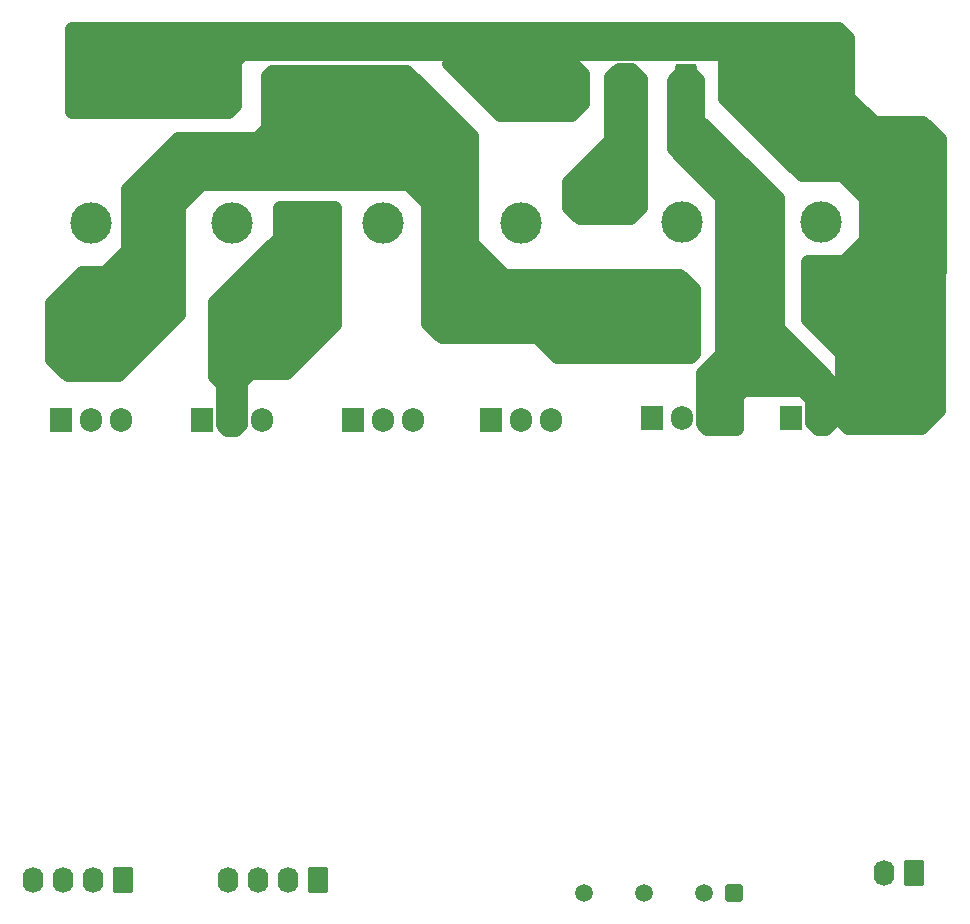
<source format=gbr>
%TF.GenerationSoftware,KiCad,Pcbnew,9.0.3*%
%TF.CreationDate,2025-08-21T00:35:25-03:00*%
%TF.ProjectId,PCB_Inversor,5043425f-496e-4766-9572-736f722e6b69,rev?*%
%TF.SameCoordinates,Original*%
%TF.FileFunction,Soldermask,Bot*%
%TF.FilePolarity,Negative*%
%FSLAX46Y46*%
G04 Gerber Fmt 4.6, Leading zero omitted, Abs format (unit mm)*
G04 Created by KiCad (PCBNEW 9.0.3) date 2025-08-21 00:35:25*
%MOMM*%
%LPD*%
G01*
G04 APERTURE LIST*
G04 Aperture macros list*
%AMRoundRect*
0 Rectangle with rounded corners*
0 $1 Rounding radius*
0 $2 $3 $4 $5 $6 $7 $8 $9 X,Y pos of 4 corners*
0 Add a 4 corners polygon primitive as box body*
4,1,4,$2,$3,$4,$5,$6,$7,$8,$9,$2,$3,0*
0 Add four circle primitives for the rounded corners*
1,1,$1+$1,$2,$3*
1,1,$1+$1,$4,$5*
1,1,$1+$1,$6,$7*
1,1,$1+$1,$8,$9*
0 Add four rect primitives between the rounded corners*
20,1,$1+$1,$2,$3,$4,$5,0*
20,1,$1+$1,$4,$5,$6,$7,0*
20,1,$1+$1,$6,$7,$8,$9,0*
20,1,$1+$1,$8,$9,$2,$3,0*%
G04 Aperture macros list end*
%ADD10C,1.200000*%
%ADD11RoundRect,0.249999X-0.790001X-1.550001X0.790001X-1.550001X0.790001X1.550001X-0.790001X1.550001X0*%
%ADD12O,2.080000X3.600000*%
%ADD13RoundRect,0.250000X0.620000X0.845000X-0.620000X0.845000X-0.620000X-0.845000X0.620000X-0.845000X0*%
%ADD14O,1.740000X2.190000*%
%ADD15RoundRect,0.250000X0.650000X1.550000X-0.650000X1.550000X-0.650000X-1.550000X0.650000X-1.550000X0*%
%ADD16O,1.800000X3.600000*%
%ADD17RoundRect,0.250001X-0.499999X0.499999X-0.499999X-0.499999X0.499999X-0.499999X0.499999X0.499999X0*%
%ADD18C,1.500000*%
%ADD19C,3.500000*%
%ADD20R,1.905000X2.000000*%
%ADD21O,1.905000X2.000000*%
G04 APERTURE END LIST*
D10*
X139573000Y-64008000D02*
X139573000Y-73025000D01*
X142367000Y-75819000D01*
X157226000Y-75819000D01*
X158369000Y-76962000D01*
X158369000Y-82423000D01*
X158143222Y-82677000D01*
X146812000Y-82677000D01*
X145288000Y-81153000D01*
X145288000Y-81026000D01*
X137033000Y-81026000D01*
X135890000Y-79883000D01*
X135890000Y-69723000D01*
X134239000Y-68072000D01*
X116713000Y-68072000D01*
X114808000Y-69977000D01*
X114808000Y-79121000D01*
X109728000Y-84201000D01*
X105410000Y-84201000D01*
X104013000Y-82931000D01*
X104013000Y-78105000D01*
X106553000Y-75565000D01*
X108585000Y-75565000D01*
X110490000Y-73660000D01*
X110490000Y-68453000D01*
X114681000Y-64262000D01*
X121412000Y-64262000D01*
X122301000Y-63373000D01*
X122301000Y-58928000D01*
X122682000Y-58547000D01*
X134112000Y-58547000D01*
X139573000Y-64008000D01*
G36*
X139573000Y-64008000D02*
G01*
X139573000Y-73025000D01*
X142367000Y-75819000D01*
X157226000Y-75819000D01*
X158369000Y-76962000D01*
X158369000Y-82423000D01*
X158143222Y-82677000D01*
X146812000Y-82677000D01*
X145288000Y-81153000D01*
X145288000Y-81026000D01*
X137033000Y-81026000D01*
X135890000Y-79883000D01*
X135890000Y-69723000D01*
X134239000Y-68072000D01*
X116713000Y-68072000D01*
X114808000Y-69977000D01*
X114808000Y-79121000D01*
X109728000Y-84201000D01*
X105410000Y-84201000D01*
X104013000Y-82931000D01*
X104013000Y-78105000D01*
X106553000Y-75565000D01*
X108585000Y-75565000D01*
X110490000Y-73660000D01*
X110490000Y-68453000D01*
X114681000Y-64262000D01*
X121412000Y-64262000D01*
X122301000Y-63373000D01*
X122301000Y-58928000D01*
X122682000Y-58547000D01*
X134112000Y-58547000D01*
X139573000Y-64008000D01*
G37*
X153924000Y-59118500D02*
X153924000Y-70040500D01*
X153035000Y-70929500D01*
X148717000Y-70929500D01*
X147828000Y-70040500D01*
X147828000Y-67881500D01*
X151384000Y-64325500D01*
X151384000Y-58991500D01*
X152019000Y-58356500D01*
X153162000Y-58356500D01*
X153924000Y-59118500D01*
G36*
X153924000Y-59118500D02*
G01*
X153924000Y-70040500D01*
X153035000Y-70929500D01*
X148717000Y-70929500D01*
X147828000Y-70040500D01*
X147828000Y-67881500D01*
X151384000Y-64325500D01*
X151384000Y-58991500D01*
X152019000Y-58356500D01*
X153162000Y-58356500D01*
X153924000Y-59118500D01*
G37*
X128016000Y-79946500D02*
X123952000Y-84010500D01*
X120904000Y-84010500D01*
X120015000Y-84899500D01*
X120015000Y-88455500D01*
X119634000Y-88836500D01*
X118872000Y-88836500D01*
X118491000Y-88455500D01*
X118491000Y-85026500D01*
X117856000Y-84391500D01*
X117856000Y-78041500D01*
X123317000Y-72580500D01*
X123317000Y-70040500D01*
X128016000Y-70040500D01*
X128016000Y-79946500D01*
G36*
X128016000Y-79946500D02*
G01*
X123952000Y-84010500D01*
X120904000Y-84010500D01*
X120015000Y-84899500D01*
X120015000Y-88455500D01*
X119634000Y-88836500D01*
X118872000Y-88836500D01*
X118491000Y-88455500D01*
X118491000Y-85026500D01*
X117856000Y-84391500D01*
X117856000Y-78041500D01*
X123317000Y-72580500D01*
X123317000Y-70040500D01*
X128016000Y-70040500D01*
X128016000Y-79946500D01*
G37*
X171436000Y-55662137D02*
X171436000Y-60742137D01*
X173749214Y-62901137D01*
X177835054Y-62901137D01*
X179197000Y-64263083D01*
X179181571Y-87254154D01*
X177752630Y-88682137D01*
X171436000Y-88682137D01*
X170942000Y-88201500D01*
X170942000Y-82402433D01*
X168021000Y-79518525D01*
X168021000Y-74676000D01*
X171069000Y-74676000D01*
X172974000Y-72771000D01*
X172974000Y-69342000D01*
X170942000Y-67310000D01*
X167513000Y-67310000D01*
X161036000Y-60833000D01*
X161036000Y-57150000D01*
X160909000Y-57023000D01*
X120205500Y-57023000D01*
X119507000Y-57721500D01*
X119507000Y-61468000D01*
X118999000Y-61976000D01*
X105777000Y-61976000D01*
X105777000Y-54900137D01*
X170674000Y-54900137D01*
X171436000Y-55662137D01*
G36*
X171436000Y-55662137D02*
G01*
X171436000Y-60742137D01*
X173749214Y-62901137D01*
X177835054Y-62901137D01*
X179197000Y-64263083D01*
X179181571Y-87254154D01*
X177752630Y-88682137D01*
X171436000Y-88682137D01*
X170942000Y-88201500D01*
X170942000Y-82402433D01*
X168021000Y-79518525D01*
X168021000Y-74676000D01*
X171069000Y-74676000D01*
X172974000Y-72771000D01*
X172974000Y-69342000D01*
X170942000Y-67310000D01*
X167513000Y-67310000D01*
X161036000Y-60833000D01*
X161036000Y-57150000D01*
X160909000Y-57023000D01*
X120205500Y-57023000D01*
X119507000Y-57721500D01*
X119507000Y-61468000D01*
X118999000Y-61976000D01*
X105777000Y-61976000D01*
X105777000Y-54900137D01*
X170674000Y-54900137D01*
X171436000Y-55662137D01*
G37*
X148971000Y-58737500D02*
X148971000Y-61277500D01*
X148082000Y-62166500D01*
X141986000Y-62166500D01*
X137668000Y-57848500D01*
X148082000Y-57848500D01*
X148971000Y-58737500D01*
G36*
X148971000Y-58737500D02*
G01*
X148971000Y-61277500D01*
X148082000Y-62166500D01*
X141986000Y-62166500D01*
X137668000Y-57848500D01*
X148082000Y-57848500D01*
X148971000Y-58737500D01*
G37*
X158736000Y-59218137D02*
X158736000Y-62647137D01*
X165481000Y-69215000D01*
X165481000Y-80264000D01*
X170053000Y-84884777D01*
X170053000Y-88265000D01*
X169545000Y-88773000D01*
X168910000Y-88773000D01*
X168402000Y-88265000D01*
X168402000Y-86360000D01*
X167513000Y-85471000D01*
X162636200Y-85471000D01*
X162052000Y-85957834D01*
X162052000Y-88773000D01*
X159512001Y-88773000D01*
X159131000Y-88328499D01*
X159131000Y-84074000D01*
X160782000Y-82423000D01*
X160782000Y-69215000D01*
X156718000Y-65087500D01*
X156718000Y-62484000D01*
X156704000Y-59345137D01*
X157212000Y-58710137D01*
X158228000Y-58710137D01*
X158736000Y-59218137D01*
G36*
X158736000Y-59218137D02*
G01*
X158736000Y-62647137D01*
X165481000Y-69215000D01*
X165481000Y-80264000D01*
X170053000Y-84884777D01*
X170053000Y-88265000D01*
X169545000Y-88773000D01*
X168910000Y-88773000D01*
X168402000Y-88265000D01*
X168402000Y-86360000D01*
X167513000Y-85471000D01*
X162636200Y-85471000D01*
X162052000Y-85957834D01*
X162052000Y-88773000D01*
X159512001Y-88773000D01*
X159131000Y-88328499D01*
X159131000Y-84074000D01*
X160782000Y-82423000D01*
X160782000Y-69215000D01*
X156718000Y-65087500D01*
X156718000Y-62484000D01*
X156704000Y-59345137D01*
X157212000Y-58710137D01*
X158228000Y-58710137D01*
X158736000Y-59218137D01*
G37*
D11*
%TO.C,HVDCBus1*%
X118237000Y-60198000D03*
D12*
X123317000Y-60198000D03*
%TD*%
D13*
%TO.C,12V_Inv1*%
X177024000Y-126401137D03*
D14*
X174484000Y-126401137D03*
%TD*%
D13*
%TO.C,Inv_Signal1*%
X110095000Y-126936500D03*
D14*
X107555000Y-126936500D03*
X105015000Y-126936500D03*
X102475000Y-126936500D03*
%TD*%
D15*
%TO.C,Motor_Out1*%
X157734000Y-59690000D03*
D16*
X152654000Y-59690000D03*
X147574000Y-59690000D03*
%TD*%
D17*
%TO.C,U1*%
X161784000Y-128079500D03*
D18*
X159244000Y-128079500D03*
X154164000Y-128079500D03*
X149084000Y-128079500D03*
%TD*%
D13*
%TO.C,Inv_Signal2*%
X126605000Y-126936500D03*
D14*
X124065000Y-126936500D03*
X121525000Y-126936500D03*
X118985000Y-126936500D03*
%TD*%
D19*
%TO.C,Q6*%
X169164000Y-71224000D03*
D20*
X166624000Y-87884000D03*
D21*
X169164000Y-87884000D03*
X171704000Y-87884000D03*
%TD*%
D19*
%TO.C,Q4*%
X143764000Y-71351000D03*
D20*
X141224000Y-88011000D03*
D21*
X143764000Y-88011000D03*
X146304000Y-88011000D03*
%TD*%
D19*
%TO.C,Q1*%
X107315000Y-71351000D03*
D20*
X104775000Y-88011000D03*
D21*
X107315000Y-88011000D03*
X109855000Y-88011000D03*
%TD*%
D19*
%TO.C,Q3*%
X132080000Y-71351000D03*
D20*
X129540000Y-88011000D03*
D21*
X132080000Y-88011000D03*
X134620000Y-88011000D03*
%TD*%
D19*
%TO.C,Q2*%
X119253000Y-71351000D03*
D20*
X116713000Y-88011000D03*
D21*
X119253000Y-88011000D03*
X121793000Y-88011000D03*
%TD*%
D19*
%TO.C,Q5*%
X157353000Y-71224000D03*
D20*
X154813000Y-87884000D03*
D21*
X157353000Y-87884000D03*
X159893000Y-87884000D03*
%TD*%
M02*

</source>
